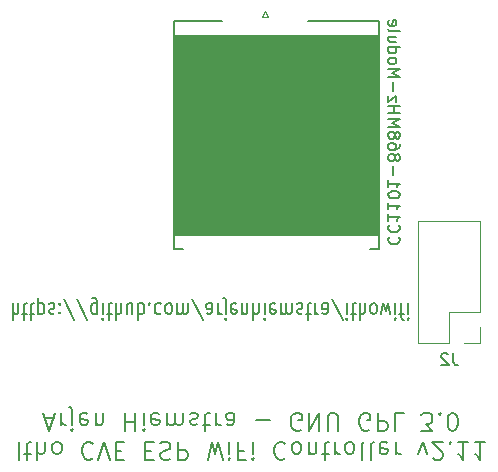
<source format=gbo>
G04 #@! TF.GenerationSoftware,KiCad,Pcbnew,(5.1.9-0-10_14)*
G04 #@! TF.CreationDate,2022-01-05T15:59:07+01:00*
G04 #@! TF.ProjectId,ithowifi_4l,6974686f-7769-4666-995f-346c2e6b6963,rev?*
G04 #@! TF.SameCoordinates,Original*
G04 #@! TF.FileFunction,Legend,Bot*
G04 #@! TF.FilePolarity,Positive*
%FSLAX46Y46*%
G04 Gerber Fmt 4.6, Leading zero omitted, Abs format (unit mm)*
G04 Created by KiCad (PCBNEW (5.1.9-0-10_14)) date 2022-01-05 15:59:07*
%MOMM*%
%LPD*%
G01*
G04 APERTURE LIST*
%ADD10C,0.100000*%
%ADD11C,0.200000*%
%ADD12C,0.150000*%
%ADD13C,0.120000*%
G04 APERTURE END LIST*
D10*
G36*
X114808000Y-129997200D02*
G01*
X97561400Y-129997200D01*
X97536000Y-113030000D01*
X114808000Y-113030000D01*
X114808000Y-129997200D01*
G37*
X114808000Y-129997200D02*
X97561400Y-129997200D01*
X97536000Y-113030000D01*
X114808000Y-113030000D01*
X114808000Y-129997200D01*
D11*
X83859000Y-135764666D02*
X83859000Y-137164666D01*
X84309000Y-135764666D02*
X84309000Y-136498000D01*
X84259000Y-136631333D01*
X84159000Y-136698000D01*
X84009000Y-136698000D01*
X83909000Y-136631333D01*
X83859000Y-136564666D01*
X84659000Y-136698000D02*
X85059000Y-136698000D01*
X84809000Y-137164666D02*
X84809000Y-135964666D01*
X84859000Y-135831333D01*
X84959000Y-135764666D01*
X85059000Y-135764666D01*
X85259000Y-136698000D02*
X85659000Y-136698000D01*
X85409000Y-137164666D02*
X85409000Y-135964666D01*
X85459000Y-135831333D01*
X85559000Y-135764666D01*
X85659000Y-135764666D01*
X86009000Y-136698000D02*
X86009000Y-135298000D01*
X86009000Y-136631333D02*
X86109000Y-136698000D01*
X86309000Y-136698000D01*
X86409000Y-136631333D01*
X86459000Y-136564666D01*
X86509000Y-136431333D01*
X86509000Y-136031333D01*
X86459000Y-135898000D01*
X86409000Y-135831333D01*
X86309000Y-135764666D01*
X86109000Y-135764666D01*
X86009000Y-135831333D01*
X86909000Y-135831333D02*
X87009000Y-135764666D01*
X87209000Y-135764666D01*
X87309000Y-135831333D01*
X87359000Y-135964666D01*
X87359000Y-136031333D01*
X87309000Y-136164666D01*
X87209000Y-136231333D01*
X87059000Y-136231333D01*
X86959000Y-136298000D01*
X86909000Y-136431333D01*
X86909000Y-136498000D01*
X86959000Y-136631333D01*
X87059000Y-136698000D01*
X87209000Y-136698000D01*
X87309000Y-136631333D01*
X87809000Y-135898000D02*
X87859000Y-135831333D01*
X87809000Y-135764666D01*
X87759000Y-135831333D01*
X87809000Y-135898000D01*
X87809000Y-135764666D01*
X87809000Y-136631333D02*
X87859000Y-136564666D01*
X87809000Y-136498000D01*
X87759000Y-136564666D01*
X87809000Y-136631333D01*
X87809000Y-136498000D01*
X89059000Y-137231333D02*
X88159000Y-135431333D01*
X90159000Y-137231333D02*
X89259000Y-135431333D01*
X90959000Y-136698000D02*
X90959000Y-135564666D01*
X90909000Y-135431333D01*
X90859000Y-135364666D01*
X90759000Y-135298000D01*
X90609000Y-135298000D01*
X90509000Y-135364666D01*
X90959000Y-135831333D02*
X90859000Y-135764666D01*
X90659000Y-135764666D01*
X90559000Y-135831333D01*
X90509000Y-135898000D01*
X90459000Y-136031333D01*
X90459000Y-136431333D01*
X90509000Y-136564666D01*
X90559000Y-136631333D01*
X90659000Y-136698000D01*
X90859000Y-136698000D01*
X90959000Y-136631333D01*
X91459000Y-135764666D02*
X91459000Y-136698000D01*
X91459000Y-137164666D02*
X91409000Y-137098000D01*
X91459000Y-137031333D01*
X91509000Y-137098000D01*
X91459000Y-137164666D01*
X91459000Y-137031333D01*
X91809000Y-136698000D02*
X92209000Y-136698000D01*
X91959000Y-137164666D02*
X91959000Y-135964666D01*
X92009000Y-135831333D01*
X92109000Y-135764666D01*
X92209000Y-135764666D01*
X92559000Y-135764666D02*
X92559000Y-137164666D01*
X93009000Y-135764666D02*
X93009000Y-136498000D01*
X92959000Y-136631333D01*
X92859000Y-136698000D01*
X92709000Y-136698000D01*
X92609000Y-136631333D01*
X92559000Y-136564666D01*
X93959000Y-136698000D02*
X93959000Y-135764666D01*
X93509000Y-136698000D02*
X93509000Y-135964666D01*
X93559000Y-135831333D01*
X93659000Y-135764666D01*
X93809000Y-135764666D01*
X93909000Y-135831333D01*
X93959000Y-135898000D01*
X94459000Y-135764666D02*
X94459000Y-137164666D01*
X94459000Y-136631333D02*
X94559000Y-136698000D01*
X94759000Y-136698000D01*
X94859000Y-136631333D01*
X94909000Y-136564666D01*
X94959000Y-136431333D01*
X94959000Y-136031333D01*
X94909000Y-135898000D01*
X94859000Y-135831333D01*
X94759000Y-135764666D01*
X94559000Y-135764666D01*
X94459000Y-135831333D01*
X95409000Y-135898000D02*
X95459000Y-135831333D01*
X95409000Y-135764666D01*
X95359000Y-135831333D01*
X95409000Y-135898000D01*
X95409000Y-135764666D01*
X96359000Y-135831333D02*
X96259000Y-135764666D01*
X96059000Y-135764666D01*
X95959000Y-135831333D01*
X95909000Y-135898000D01*
X95859000Y-136031333D01*
X95859000Y-136431333D01*
X95909000Y-136564666D01*
X95959000Y-136631333D01*
X96059000Y-136698000D01*
X96259000Y-136698000D01*
X96359000Y-136631333D01*
X96959000Y-135764666D02*
X96859000Y-135831333D01*
X96809000Y-135898000D01*
X96759000Y-136031333D01*
X96759000Y-136431333D01*
X96809000Y-136564666D01*
X96859000Y-136631333D01*
X96959000Y-136698000D01*
X97109000Y-136698000D01*
X97209000Y-136631333D01*
X97259000Y-136564666D01*
X97309000Y-136431333D01*
X97309000Y-136031333D01*
X97259000Y-135898000D01*
X97209000Y-135831333D01*
X97109000Y-135764666D01*
X96959000Y-135764666D01*
X97759000Y-135764666D02*
X97759000Y-136698000D01*
X97759000Y-136564666D02*
X97809000Y-136631333D01*
X97909000Y-136698000D01*
X98059000Y-136698000D01*
X98159000Y-136631333D01*
X98209000Y-136498000D01*
X98209000Y-135764666D01*
X98209000Y-136498000D02*
X98259000Y-136631333D01*
X98359000Y-136698000D01*
X98509000Y-136698000D01*
X98609000Y-136631333D01*
X98659000Y-136498000D01*
X98659000Y-135764666D01*
X99909000Y-137231333D02*
X99009000Y-135431333D01*
X100709000Y-135764666D02*
X100709000Y-136498000D01*
X100659000Y-136631333D01*
X100559000Y-136698000D01*
X100359000Y-136698000D01*
X100259000Y-136631333D01*
X100709000Y-135831333D02*
X100609000Y-135764666D01*
X100359000Y-135764666D01*
X100259000Y-135831333D01*
X100209000Y-135964666D01*
X100209000Y-136098000D01*
X100259000Y-136231333D01*
X100359000Y-136298000D01*
X100609000Y-136298000D01*
X100709000Y-136364666D01*
X101209000Y-135764666D02*
X101209000Y-136698000D01*
X101209000Y-136431333D02*
X101259000Y-136564666D01*
X101309000Y-136631333D01*
X101409000Y-136698000D01*
X101509000Y-136698000D01*
X101859000Y-136698000D02*
X101859000Y-135498000D01*
X101809000Y-135364666D01*
X101709000Y-135298000D01*
X101659000Y-135298000D01*
X101859000Y-137164666D02*
X101809000Y-137098000D01*
X101859000Y-137031333D01*
X101909000Y-137098000D01*
X101859000Y-137164666D01*
X101859000Y-137031333D01*
X102759000Y-135831333D02*
X102659000Y-135764666D01*
X102459000Y-135764666D01*
X102359000Y-135831333D01*
X102309000Y-135964666D01*
X102309000Y-136498000D01*
X102359000Y-136631333D01*
X102459000Y-136698000D01*
X102659000Y-136698000D01*
X102759000Y-136631333D01*
X102809000Y-136498000D01*
X102809000Y-136364666D01*
X102309000Y-136231333D01*
X103259000Y-136698000D02*
X103259000Y-135764666D01*
X103259000Y-136564666D02*
X103309000Y-136631333D01*
X103409000Y-136698000D01*
X103559000Y-136698000D01*
X103659000Y-136631333D01*
X103709000Y-136498000D01*
X103709000Y-135764666D01*
X104209000Y-135764666D02*
X104209000Y-137164666D01*
X104659000Y-135764666D02*
X104659000Y-136498000D01*
X104609000Y-136631333D01*
X104509000Y-136698000D01*
X104359000Y-136698000D01*
X104259000Y-136631333D01*
X104209000Y-136564666D01*
X105159000Y-135764666D02*
X105159000Y-136698000D01*
X105159000Y-137164666D02*
X105109000Y-137098000D01*
X105159000Y-137031333D01*
X105209000Y-137098000D01*
X105159000Y-137164666D01*
X105159000Y-137031333D01*
X106059000Y-135831333D02*
X105959000Y-135764666D01*
X105759000Y-135764666D01*
X105659000Y-135831333D01*
X105609000Y-135964666D01*
X105609000Y-136498000D01*
X105659000Y-136631333D01*
X105759000Y-136698000D01*
X105959000Y-136698000D01*
X106059000Y-136631333D01*
X106109000Y-136498000D01*
X106109000Y-136364666D01*
X105609000Y-136231333D01*
X106559000Y-135764666D02*
X106559000Y-136698000D01*
X106559000Y-136564666D02*
X106609000Y-136631333D01*
X106709000Y-136698000D01*
X106859000Y-136698000D01*
X106959000Y-136631333D01*
X107009000Y-136498000D01*
X107009000Y-135764666D01*
X107009000Y-136498000D02*
X107059000Y-136631333D01*
X107159000Y-136698000D01*
X107309000Y-136698000D01*
X107409000Y-136631333D01*
X107459000Y-136498000D01*
X107459000Y-135764666D01*
X107909000Y-135831333D02*
X108009000Y-135764666D01*
X108209000Y-135764666D01*
X108309000Y-135831333D01*
X108359000Y-135964666D01*
X108359000Y-136031333D01*
X108309000Y-136164666D01*
X108209000Y-136231333D01*
X108059000Y-136231333D01*
X107959000Y-136298000D01*
X107909000Y-136431333D01*
X107909000Y-136498000D01*
X107959000Y-136631333D01*
X108059000Y-136698000D01*
X108209000Y-136698000D01*
X108309000Y-136631333D01*
X108659000Y-136698000D02*
X109059000Y-136698000D01*
X108809000Y-137164666D02*
X108809000Y-135964666D01*
X108859000Y-135831333D01*
X108959000Y-135764666D01*
X109059000Y-135764666D01*
X109409000Y-135764666D02*
X109409000Y-136698000D01*
X109409000Y-136431333D02*
X109459000Y-136564666D01*
X109509000Y-136631333D01*
X109609000Y-136698000D01*
X109709000Y-136698000D01*
X110509000Y-135764666D02*
X110509000Y-136498000D01*
X110459000Y-136631333D01*
X110359000Y-136698000D01*
X110159000Y-136698000D01*
X110059000Y-136631333D01*
X110509000Y-135831333D02*
X110409000Y-135764666D01*
X110159000Y-135764666D01*
X110059000Y-135831333D01*
X110009000Y-135964666D01*
X110009000Y-136098000D01*
X110059000Y-136231333D01*
X110159000Y-136298000D01*
X110409000Y-136298000D01*
X110509000Y-136364666D01*
X111759000Y-137231333D02*
X110859000Y-135431333D01*
X112109000Y-135764666D02*
X112109000Y-136698000D01*
X112109000Y-137164666D02*
X112059000Y-137098000D01*
X112109000Y-137031333D01*
X112159000Y-137098000D01*
X112109000Y-137164666D01*
X112109000Y-137031333D01*
X112459000Y-136698000D02*
X112859000Y-136698000D01*
X112609000Y-137164666D02*
X112609000Y-135964666D01*
X112659000Y-135831333D01*
X112759000Y-135764666D01*
X112859000Y-135764666D01*
X113209000Y-135764666D02*
X113209000Y-137164666D01*
X113659000Y-135764666D02*
X113659000Y-136498000D01*
X113609000Y-136631333D01*
X113509000Y-136698000D01*
X113359000Y-136698000D01*
X113259000Y-136631333D01*
X113209000Y-136564666D01*
X114309000Y-135764666D02*
X114209000Y-135831333D01*
X114159000Y-135898000D01*
X114109000Y-136031333D01*
X114109000Y-136431333D01*
X114159000Y-136564666D01*
X114209000Y-136631333D01*
X114309000Y-136698000D01*
X114459000Y-136698000D01*
X114559000Y-136631333D01*
X114609000Y-136564666D01*
X114659000Y-136431333D01*
X114659000Y-136031333D01*
X114609000Y-135898000D01*
X114559000Y-135831333D01*
X114459000Y-135764666D01*
X114309000Y-135764666D01*
X115009000Y-136698000D02*
X115209000Y-135764666D01*
X115409000Y-136431333D01*
X115609000Y-135764666D01*
X115809000Y-136698000D01*
X116209000Y-135764666D02*
X116209000Y-136698000D01*
X116209000Y-137164666D02*
X116159000Y-137098000D01*
X116209000Y-137031333D01*
X116259000Y-137098000D01*
X116209000Y-137164666D01*
X116209000Y-137031333D01*
X116559000Y-136698000D02*
X116959000Y-136698000D01*
X116709000Y-135764666D02*
X116709000Y-136964666D01*
X116759000Y-137098000D01*
X116859000Y-137164666D01*
X116959000Y-137164666D01*
X117309000Y-135764666D02*
X117309000Y-136698000D01*
X117309000Y-137164666D02*
X117259000Y-137098000D01*
X117309000Y-137031333D01*
X117359000Y-137098000D01*
X117309000Y-137164666D01*
X117309000Y-137031333D01*
X84324114Y-147510828D02*
X84324114Y-149010828D01*
X84824114Y-148510828D02*
X85395542Y-148510828D01*
X85038400Y-149010828D02*
X85038400Y-147725114D01*
X85109828Y-147582257D01*
X85252685Y-147510828D01*
X85395542Y-147510828D01*
X85895542Y-147510828D02*
X85895542Y-149010828D01*
X86538400Y-147510828D02*
X86538400Y-148296542D01*
X86466971Y-148439400D01*
X86324114Y-148510828D01*
X86109828Y-148510828D01*
X85966971Y-148439400D01*
X85895542Y-148367971D01*
X87466971Y-147510828D02*
X87324114Y-147582257D01*
X87252685Y-147653685D01*
X87181257Y-147796542D01*
X87181257Y-148225114D01*
X87252685Y-148367971D01*
X87324114Y-148439400D01*
X87466971Y-148510828D01*
X87681257Y-148510828D01*
X87824114Y-148439400D01*
X87895542Y-148367971D01*
X87966971Y-148225114D01*
X87966971Y-147796542D01*
X87895542Y-147653685D01*
X87824114Y-147582257D01*
X87681257Y-147510828D01*
X87466971Y-147510828D01*
X90609828Y-147653685D02*
X90538400Y-147582257D01*
X90324114Y-147510828D01*
X90181257Y-147510828D01*
X89966971Y-147582257D01*
X89824114Y-147725114D01*
X89752685Y-147867971D01*
X89681257Y-148153685D01*
X89681257Y-148367971D01*
X89752685Y-148653685D01*
X89824114Y-148796542D01*
X89966971Y-148939400D01*
X90181257Y-149010828D01*
X90324114Y-149010828D01*
X90538400Y-148939400D01*
X90609828Y-148867971D01*
X91038400Y-149010828D02*
X91538400Y-147510828D01*
X92038400Y-149010828D01*
X92538400Y-148296542D02*
X93038400Y-148296542D01*
X93252685Y-147510828D02*
X92538400Y-147510828D01*
X92538400Y-149010828D01*
X93252685Y-149010828D01*
X95038400Y-148296542D02*
X95538400Y-148296542D01*
X95752685Y-147510828D02*
X95038400Y-147510828D01*
X95038400Y-149010828D01*
X95752685Y-149010828D01*
X96324114Y-147582257D02*
X96538400Y-147510828D01*
X96895542Y-147510828D01*
X97038400Y-147582257D01*
X97109828Y-147653685D01*
X97181257Y-147796542D01*
X97181257Y-147939400D01*
X97109828Y-148082257D01*
X97038400Y-148153685D01*
X96895542Y-148225114D01*
X96609828Y-148296542D01*
X96466971Y-148367971D01*
X96395542Y-148439400D01*
X96324114Y-148582257D01*
X96324114Y-148725114D01*
X96395542Y-148867971D01*
X96466971Y-148939400D01*
X96609828Y-149010828D01*
X96966971Y-149010828D01*
X97181257Y-148939400D01*
X97824114Y-147510828D02*
X97824114Y-149010828D01*
X98395542Y-149010828D01*
X98538400Y-148939400D01*
X98609828Y-148867971D01*
X98681257Y-148725114D01*
X98681257Y-148510828D01*
X98609828Y-148367971D01*
X98538400Y-148296542D01*
X98395542Y-148225114D01*
X97824114Y-148225114D01*
X100324114Y-149010828D02*
X100681257Y-147510828D01*
X100966971Y-148582257D01*
X101252685Y-147510828D01*
X101609828Y-149010828D01*
X102181257Y-147510828D02*
X102181257Y-148510828D01*
X102181257Y-149010828D02*
X102109828Y-148939400D01*
X102181257Y-148867971D01*
X102252685Y-148939400D01*
X102181257Y-149010828D01*
X102181257Y-148867971D01*
X103395542Y-148296542D02*
X102895542Y-148296542D01*
X102895542Y-147510828D02*
X102895542Y-149010828D01*
X103609828Y-149010828D01*
X104181257Y-147510828D02*
X104181257Y-148510828D01*
X104181257Y-149010828D02*
X104109828Y-148939400D01*
X104181257Y-148867971D01*
X104252685Y-148939400D01*
X104181257Y-149010828D01*
X104181257Y-148867971D01*
X106895542Y-147653685D02*
X106824114Y-147582257D01*
X106609828Y-147510828D01*
X106466971Y-147510828D01*
X106252685Y-147582257D01*
X106109828Y-147725114D01*
X106038400Y-147867971D01*
X105966971Y-148153685D01*
X105966971Y-148367971D01*
X106038400Y-148653685D01*
X106109828Y-148796542D01*
X106252685Y-148939400D01*
X106466971Y-149010828D01*
X106609828Y-149010828D01*
X106824114Y-148939400D01*
X106895542Y-148867971D01*
X107752685Y-147510828D02*
X107609828Y-147582257D01*
X107538399Y-147653685D01*
X107466971Y-147796542D01*
X107466971Y-148225114D01*
X107538399Y-148367971D01*
X107609828Y-148439400D01*
X107752685Y-148510828D01*
X107966971Y-148510828D01*
X108109828Y-148439400D01*
X108181257Y-148367971D01*
X108252685Y-148225114D01*
X108252685Y-147796542D01*
X108181257Y-147653685D01*
X108109828Y-147582257D01*
X107966971Y-147510828D01*
X107752685Y-147510828D01*
X108895542Y-148510828D02*
X108895542Y-147510828D01*
X108895542Y-148367971D02*
X108966971Y-148439400D01*
X109109828Y-148510828D01*
X109324114Y-148510828D01*
X109466971Y-148439400D01*
X109538399Y-148296542D01*
X109538399Y-147510828D01*
X110038399Y-148510828D02*
X110609828Y-148510828D01*
X110252685Y-149010828D02*
X110252685Y-147725114D01*
X110324114Y-147582257D01*
X110466971Y-147510828D01*
X110609828Y-147510828D01*
X111109828Y-147510828D02*
X111109828Y-148510828D01*
X111109828Y-148225114D02*
X111181257Y-148367971D01*
X111252685Y-148439400D01*
X111395542Y-148510828D01*
X111538399Y-148510828D01*
X112252685Y-147510828D02*
X112109828Y-147582257D01*
X112038399Y-147653685D01*
X111966971Y-147796542D01*
X111966971Y-148225114D01*
X112038399Y-148367971D01*
X112109828Y-148439400D01*
X112252685Y-148510828D01*
X112466971Y-148510828D01*
X112609828Y-148439400D01*
X112681257Y-148367971D01*
X112752685Y-148225114D01*
X112752685Y-147796542D01*
X112681257Y-147653685D01*
X112609828Y-147582257D01*
X112466971Y-147510828D01*
X112252685Y-147510828D01*
X113609828Y-147510828D02*
X113466971Y-147582257D01*
X113395542Y-147725114D01*
X113395542Y-149010828D01*
X114395542Y-147510828D02*
X114252685Y-147582257D01*
X114181257Y-147725114D01*
X114181257Y-149010828D01*
X115538399Y-147582257D02*
X115395542Y-147510828D01*
X115109828Y-147510828D01*
X114966971Y-147582257D01*
X114895542Y-147725114D01*
X114895542Y-148296542D01*
X114966971Y-148439400D01*
X115109828Y-148510828D01*
X115395542Y-148510828D01*
X115538399Y-148439400D01*
X115609828Y-148296542D01*
X115609828Y-148153685D01*
X114895542Y-148010828D01*
X116252685Y-147510828D02*
X116252685Y-148510828D01*
X116252685Y-148225114D02*
X116324114Y-148367971D01*
X116395542Y-148439400D01*
X116538399Y-148510828D01*
X116681257Y-148510828D01*
X118181257Y-148510828D02*
X118538399Y-147510828D01*
X118895542Y-148510828D01*
X119395542Y-148867971D02*
X119466971Y-148939400D01*
X119609828Y-149010828D01*
X119966971Y-149010828D01*
X120109828Y-148939400D01*
X120181257Y-148867971D01*
X120252685Y-148725114D01*
X120252685Y-148582257D01*
X120181257Y-148367971D01*
X119324114Y-147510828D01*
X120252685Y-147510828D01*
X120895542Y-147653685D02*
X120966971Y-147582257D01*
X120895542Y-147510828D01*
X120824114Y-147582257D01*
X120895542Y-147653685D01*
X120895542Y-147510828D01*
X122395542Y-147510828D02*
X121538399Y-147510828D01*
X121966971Y-147510828D02*
X121966971Y-149010828D01*
X121824114Y-148796542D01*
X121681257Y-148653685D01*
X121538399Y-148582257D01*
X123824114Y-147510828D02*
X122966971Y-147510828D01*
X123395542Y-147510828D02*
X123395542Y-149010828D01*
X123252685Y-148796542D01*
X123109828Y-148653685D01*
X122966971Y-148582257D01*
X86574114Y-145489400D02*
X87288400Y-145489400D01*
X86431257Y-145060828D02*
X86931257Y-146560828D01*
X87431257Y-145060828D01*
X87931257Y-145060828D02*
X87931257Y-146060828D01*
X87931257Y-145775114D02*
X88002685Y-145917971D01*
X88074114Y-145989400D01*
X88216971Y-146060828D01*
X88359828Y-146060828D01*
X88859828Y-146060828D02*
X88859828Y-144775114D01*
X88788400Y-144632257D01*
X88645542Y-144560828D01*
X88574114Y-144560828D01*
X88859828Y-146560828D02*
X88788400Y-146489400D01*
X88859828Y-146417971D01*
X88931257Y-146489400D01*
X88859828Y-146560828D01*
X88859828Y-146417971D01*
X90145542Y-145132257D02*
X90002685Y-145060828D01*
X89716971Y-145060828D01*
X89574114Y-145132257D01*
X89502685Y-145275114D01*
X89502685Y-145846542D01*
X89574114Y-145989400D01*
X89716971Y-146060828D01*
X90002685Y-146060828D01*
X90145542Y-145989400D01*
X90216971Y-145846542D01*
X90216971Y-145703685D01*
X89502685Y-145560828D01*
X90859828Y-146060828D02*
X90859828Y-145060828D01*
X90859828Y-145917971D02*
X90931257Y-145989400D01*
X91074114Y-146060828D01*
X91288400Y-146060828D01*
X91431257Y-145989400D01*
X91502685Y-145846542D01*
X91502685Y-145060828D01*
X93359828Y-145060828D02*
X93359828Y-146560828D01*
X93359828Y-145846542D02*
X94216971Y-145846542D01*
X94216971Y-145060828D02*
X94216971Y-146560828D01*
X94931257Y-145060828D02*
X94931257Y-146060828D01*
X94931257Y-146560828D02*
X94859828Y-146489400D01*
X94931257Y-146417971D01*
X95002685Y-146489400D01*
X94931257Y-146560828D01*
X94931257Y-146417971D01*
X96216971Y-145132257D02*
X96074114Y-145060828D01*
X95788400Y-145060828D01*
X95645542Y-145132257D01*
X95574114Y-145275114D01*
X95574114Y-145846542D01*
X95645542Y-145989400D01*
X95788400Y-146060828D01*
X96074114Y-146060828D01*
X96216971Y-145989400D01*
X96288400Y-145846542D01*
X96288400Y-145703685D01*
X95574114Y-145560828D01*
X96931257Y-145060828D02*
X96931257Y-146060828D01*
X96931257Y-145917971D02*
X97002685Y-145989400D01*
X97145542Y-146060828D01*
X97359828Y-146060828D01*
X97502685Y-145989400D01*
X97574114Y-145846542D01*
X97574114Y-145060828D01*
X97574114Y-145846542D02*
X97645542Y-145989400D01*
X97788400Y-146060828D01*
X98002685Y-146060828D01*
X98145542Y-145989400D01*
X98216971Y-145846542D01*
X98216971Y-145060828D01*
X98859828Y-145132257D02*
X99002685Y-145060828D01*
X99288400Y-145060828D01*
X99431257Y-145132257D01*
X99502685Y-145275114D01*
X99502685Y-145346542D01*
X99431257Y-145489400D01*
X99288400Y-145560828D01*
X99074114Y-145560828D01*
X98931257Y-145632257D01*
X98859828Y-145775114D01*
X98859828Y-145846542D01*
X98931257Y-145989400D01*
X99074114Y-146060828D01*
X99288400Y-146060828D01*
X99431257Y-145989400D01*
X99931257Y-146060828D02*
X100502685Y-146060828D01*
X100145542Y-146560828D02*
X100145542Y-145275114D01*
X100216971Y-145132257D01*
X100359828Y-145060828D01*
X100502685Y-145060828D01*
X101002685Y-145060828D02*
X101002685Y-146060828D01*
X101002685Y-145775114D02*
X101074114Y-145917971D01*
X101145542Y-145989400D01*
X101288400Y-146060828D01*
X101431257Y-146060828D01*
X102574114Y-145060828D02*
X102574114Y-145846542D01*
X102502685Y-145989400D01*
X102359828Y-146060828D01*
X102074114Y-146060828D01*
X101931257Y-145989400D01*
X102574114Y-145132257D02*
X102431257Y-145060828D01*
X102074114Y-145060828D01*
X101931257Y-145132257D01*
X101859828Y-145275114D01*
X101859828Y-145417971D01*
X101931257Y-145560828D01*
X102074114Y-145632257D01*
X102431257Y-145632257D01*
X102574114Y-145703685D01*
X104431257Y-145632257D02*
X105574114Y-145632257D01*
X108216971Y-146489400D02*
X108074114Y-146560828D01*
X107859828Y-146560828D01*
X107645542Y-146489400D01*
X107502685Y-146346542D01*
X107431257Y-146203685D01*
X107359828Y-145917971D01*
X107359828Y-145703685D01*
X107431257Y-145417971D01*
X107502685Y-145275114D01*
X107645542Y-145132257D01*
X107859828Y-145060828D01*
X108002685Y-145060828D01*
X108216971Y-145132257D01*
X108288400Y-145203685D01*
X108288400Y-145703685D01*
X108002685Y-145703685D01*
X108931257Y-145060828D02*
X108931257Y-146560828D01*
X109788400Y-145060828D01*
X109788400Y-146560828D01*
X110502685Y-146560828D02*
X110502685Y-145346542D01*
X110574114Y-145203685D01*
X110645542Y-145132257D01*
X110788400Y-145060828D01*
X111074114Y-145060828D01*
X111216971Y-145132257D01*
X111288400Y-145203685D01*
X111359828Y-145346542D01*
X111359828Y-146560828D01*
X114002685Y-146489400D02*
X113859828Y-146560828D01*
X113645542Y-146560828D01*
X113431257Y-146489400D01*
X113288400Y-146346542D01*
X113216971Y-146203685D01*
X113145542Y-145917971D01*
X113145542Y-145703685D01*
X113216971Y-145417971D01*
X113288400Y-145275114D01*
X113431257Y-145132257D01*
X113645542Y-145060828D01*
X113788400Y-145060828D01*
X114002685Y-145132257D01*
X114074114Y-145203685D01*
X114074114Y-145703685D01*
X113788400Y-145703685D01*
X114716971Y-145060828D02*
X114716971Y-146560828D01*
X115288400Y-146560828D01*
X115431257Y-146489400D01*
X115502685Y-146417971D01*
X115574114Y-146275114D01*
X115574114Y-146060828D01*
X115502685Y-145917971D01*
X115431257Y-145846542D01*
X115288400Y-145775114D01*
X114716971Y-145775114D01*
X116931257Y-145060828D02*
X116216971Y-145060828D01*
X116216971Y-146560828D01*
X118431257Y-146560828D02*
X119359828Y-146560828D01*
X118859828Y-145989400D01*
X119074114Y-145989400D01*
X119216971Y-145917971D01*
X119288400Y-145846542D01*
X119359828Y-145703685D01*
X119359828Y-145346542D01*
X119288400Y-145203685D01*
X119216971Y-145132257D01*
X119074114Y-145060828D01*
X118645542Y-145060828D01*
X118502685Y-145132257D01*
X118431257Y-145203685D01*
X120002685Y-145203685D02*
X120074114Y-145132257D01*
X120002685Y-145060828D01*
X119931257Y-145132257D01*
X120002685Y-145203685D01*
X120002685Y-145060828D01*
X121002685Y-146560828D02*
X121145542Y-146560828D01*
X121288400Y-146489400D01*
X121359828Y-146417971D01*
X121431257Y-146275114D01*
X121502685Y-145989400D01*
X121502685Y-145632257D01*
X121431257Y-145346542D01*
X121359828Y-145203685D01*
X121288400Y-145132257D01*
X121145542Y-145060828D01*
X121002685Y-145060828D01*
X120859828Y-145132257D01*
X120788400Y-145203685D01*
X120716971Y-145346542D01*
X120645542Y-145632257D01*
X120645542Y-145989400D01*
X120716971Y-146275114D01*
X120788400Y-146417971D01*
X120859828Y-146489400D01*
X121002685Y-146560828D01*
D12*
X114822000Y-131189000D02*
X114822000Y-111889000D01*
X114822000Y-111889000D02*
X108797000Y-111889000D01*
X101547000Y-111889000D02*
X97522000Y-111889000D01*
X97522000Y-111889000D02*
X97522000Y-131189000D01*
X97522000Y-131189000D02*
X98272000Y-131189000D01*
X114072000Y-131189000D02*
X114822000Y-131189000D01*
D13*
X104931400Y-111558400D02*
X105181400Y-111058400D01*
X105431400Y-111558400D02*
X104931400Y-111558400D01*
X105181400Y-111058400D02*
X105431400Y-111558400D01*
X118177000Y-139125000D02*
X120777000Y-139125000D01*
X118177000Y-139125000D02*
X118177000Y-128845000D01*
X118177000Y-128845000D02*
X123377000Y-128845000D01*
X123377000Y-136525000D02*
X123377000Y-128845000D01*
X120777000Y-136525000D02*
X123377000Y-136525000D01*
X120777000Y-139125000D02*
X120777000Y-136525000D01*
X123377000Y-139125000D02*
X123377000Y-137795000D01*
X122047000Y-139125000D02*
X123377000Y-139125000D01*
D12*
X115720857Y-130165952D02*
X115673238Y-130213571D01*
X115625619Y-130356428D01*
X115625619Y-130451666D01*
X115673238Y-130594523D01*
X115768476Y-130689761D01*
X115863714Y-130737380D01*
X116054190Y-130785000D01*
X116197047Y-130785000D01*
X116387523Y-130737380D01*
X116482761Y-130689761D01*
X116578000Y-130594523D01*
X116625619Y-130451666D01*
X116625619Y-130356428D01*
X116578000Y-130213571D01*
X116530380Y-130165952D01*
X115720857Y-129165952D02*
X115673238Y-129213571D01*
X115625619Y-129356428D01*
X115625619Y-129451666D01*
X115673238Y-129594523D01*
X115768476Y-129689761D01*
X115863714Y-129737380D01*
X116054190Y-129785000D01*
X116197047Y-129785000D01*
X116387523Y-129737380D01*
X116482761Y-129689761D01*
X116578000Y-129594523D01*
X116625619Y-129451666D01*
X116625619Y-129356428D01*
X116578000Y-129213571D01*
X116530380Y-129165952D01*
X115625619Y-128213571D02*
X115625619Y-128785000D01*
X115625619Y-128499285D02*
X116625619Y-128499285D01*
X116482761Y-128594523D01*
X116387523Y-128689761D01*
X116339904Y-128785000D01*
X115625619Y-127261190D02*
X115625619Y-127832619D01*
X115625619Y-127546904D02*
X116625619Y-127546904D01*
X116482761Y-127642142D01*
X116387523Y-127737380D01*
X116339904Y-127832619D01*
X116625619Y-126642142D02*
X116625619Y-126546904D01*
X116578000Y-126451666D01*
X116530380Y-126404047D01*
X116435142Y-126356428D01*
X116244666Y-126308809D01*
X116006571Y-126308809D01*
X115816095Y-126356428D01*
X115720857Y-126404047D01*
X115673238Y-126451666D01*
X115625619Y-126546904D01*
X115625619Y-126642142D01*
X115673238Y-126737380D01*
X115720857Y-126785000D01*
X115816095Y-126832619D01*
X116006571Y-126880238D01*
X116244666Y-126880238D01*
X116435142Y-126832619D01*
X116530380Y-126785000D01*
X116578000Y-126737380D01*
X116625619Y-126642142D01*
X115625619Y-125356428D02*
X115625619Y-125927857D01*
X115625619Y-125642142D02*
X116625619Y-125642142D01*
X116482761Y-125737380D01*
X116387523Y-125832619D01*
X116339904Y-125927857D01*
X116006571Y-124927857D02*
X116006571Y-124165952D01*
X116197047Y-123546904D02*
X116244666Y-123642142D01*
X116292285Y-123689761D01*
X116387523Y-123737380D01*
X116435142Y-123737380D01*
X116530380Y-123689761D01*
X116578000Y-123642142D01*
X116625619Y-123546904D01*
X116625619Y-123356428D01*
X116578000Y-123261190D01*
X116530380Y-123213571D01*
X116435142Y-123165952D01*
X116387523Y-123165952D01*
X116292285Y-123213571D01*
X116244666Y-123261190D01*
X116197047Y-123356428D01*
X116197047Y-123546904D01*
X116149428Y-123642142D01*
X116101809Y-123689761D01*
X116006571Y-123737380D01*
X115816095Y-123737380D01*
X115720857Y-123689761D01*
X115673238Y-123642142D01*
X115625619Y-123546904D01*
X115625619Y-123356428D01*
X115673238Y-123261190D01*
X115720857Y-123213571D01*
X115816095Y-123165952D01*
X116006571Y-123165952D01*
X116101809Y-123213571D01*
X116149428Y-123261190D01*
X116197047Y-123356428D01*
X116625619Y-122308809D02*
X116625619Y-122499285D01*
X116578000Y-122594523D01*
X116530380Y-122642142D01*
X116387523Y-122737380D01*
X116197047Y-122785000D01*
X115816095Y-122785000D01*
X115720857Y-122737380D01*
X115673238Y-122689761D01*
X115625619Y-122594523D01*
X115625619Y-122404047D01*
X115673238Y-122308809D01*
X115720857Y-122261190D01*
X115816095Y-122213571D01*
X116054190Y-122213571D01*
X116149428Y-122261190D01*
X116197047Y-122308809D01*
X116244666Y-122404047D01*
X116244666Y-122594523D01*
X116197047Y-122689761D01*
X116149428Y-122737380D01*
X116054190Y-122785000D01*
X116197047Y-121642142D02*
X116244666Y-121737380D01*
X116292285Y-121785000D01*
X116387523Y-121832619D01*
X116435142Y-121832619D01*
X116530380Y-121785000D01*
X116578000Y-121737380D01*
X116625619Y-121642142D01*
X116625619Y-121451666D01*
X116578000Y-121356428D01*
X116530380Y-121308809D01*
X116435142Y-121261190D01*
X116387523Y-121261190D01*
X116292285Y-121308809D01*
X116244666Y-121356428D01*
X116197047Y-121451666D01*
X116197047Y-121642142D01*
X116149428Y-121737380D01*
X116101809Y-121785000D01*
X116006571Y-121832619D01*
X115816095Y-121832619D01*
X115720857Y-121785000D01*
X115673238Y-121737380D01*
X115625619Y-121642142D01*
X115625619Y-121451666D01*
X115673238Y-121356428D01*
X115720857Y-121308809D01*
X115816095Y-121261190D01*
X116006571Y-121261190D01*
X116101809Y-121308809D01*
X116149428Y-121356428D01*
X116197047Y-121451666D01*
X115625619Y-120832619D02*
X116625619Y-120832619D01*
X115911333Y-120499285D01*
X116625619Y-120165952D01*
X115625619Y-120165952D01*
X115625619Y-119689761D02*
X116625619Y-119689761D01*
X116149428Y-119689761D02*
X116149428Y-119118333D01*
X115625619Y-119118333D02*
X116625619Y-119118333D01*
X116292285Y-118737380D02*
X116292285Y-118213571D01*
X115625619Y-118737380D01*
X115625619Y-118213571D01*
X116006571Y-117832619D02*
X116006571Y-117070714D01*
X115625619Y-116594523D02*
X116625619Y-116594523D01*
X115911333Y-116261190D01*
X116625619Y-115927857D01*
X115625619Y-115927857D01*
X115625619Y-115308809D02*
X115673238Y-115404047D01*
X115720857Y-115451666D01*
X115816095Y-115499285D01*
X116101809Y-115499285D01*
X116197047Y-115451666D01*
X116244666Y-115404047D01*
X116292285Y-115308809D01*
X116292285Y-115165952D01*
X116244666Y-115070714D01*
X116197047Y-115023095D01*
X116101809Y-114975476D01*
X115816095Y-114975476D01*
X115720857Y-115023095D01*
X115673238Y-115070714D01*
X115625619Y-115165952D01*
X115625619Y-115308809D01*
X115625619Y-114118333D02*
X116625619Y-114118333D01*
X115673238Y-114118333D02*
X115625619Y-114213571D01*
X115625619Y-114404047D01*
X115673238Y-114499285D01*
X115720857Y-114546904D01*
X115816095Y-114594523D01*
X116101809Y-114594523D01*
X116197047Y-114546904D01*
X116244666Y-114499285D01*
X116292285Y-114404047D01*
X116292285Y-114213571D01*
X116244666Y-114118333D01*
X116292285Y-113213571D02*
X115625619Y-113213571D01*
X116292285Y-113642142D02*
X115768476Y-113642142D01*
X115673238Y-113594523D01*
X115625619Y-113499285D01*
X115625619Y-113356428D01*
X115673238Y-113261190D01*
X115720857Y-113213571D01*
X115625619Y-112594523D02*
X115673238Y-112689761D01*
X115768476Y-112737380D01*
X116625619Y-112737380D01*
X115673238Y-111832619D02*
X115625619Y-111927857D01*
X115625619Y-112118333D01*
X115673238Y-112213571D01*
X115768476Y-112261190D01*
X116149428Y-112261190D01*
X116244666Y-112213571D01*
X116292285Y-112118333D01*
X116292285Y-111927857D01*
X116244666Y-111832619D01*
X116149428Y-111785000D01*
X116054190Y-111785000D01*
X115958952Y-112261190D01*
X121110333Y-140017380D02*
X121110333Y-140731666D01*
X121157952Y-140874523D01*
X121253190Y-140969761D01*
X121396047Y-141017380D01*
X121491285Y-141017380D01*
X120681761Y-140112619D02*
X120634142Y-140065000D01*
X120538904Y-140017380D01*
X120300809Y-140017380D01*
X120205571Y-140065000D01*
X120157952Y-140112619D01*
X120110333Y-140207857D01*
X120110333Y-140303095D01*
X120157952Y-140445952D01*
X120729380Y-141017380D01*
X120110333Y-141017380D01*
M02*

</source>
